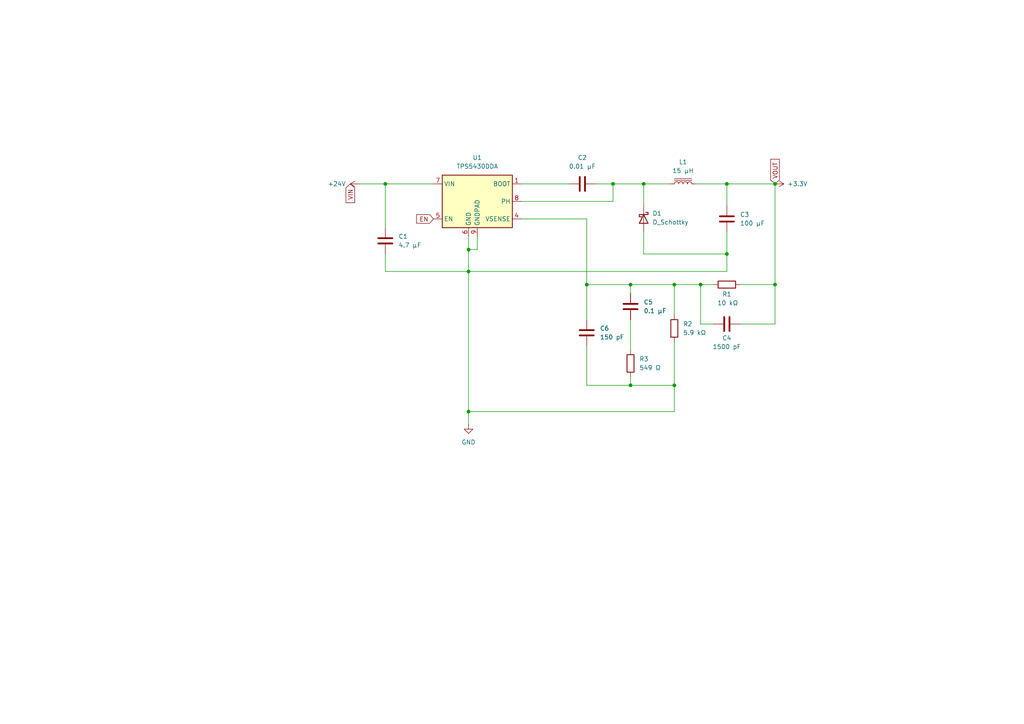
<source format=kicad_sch>
(kicad_sch
	(version 20231120)
	(generator "eeschema")
	(generator_version "8.0")
	(uuid "cbc53727-f3b2-4668-8552-cf2ebbe25082")
	(paper "A4")
	(lib_symbols
		(symbol "Device:C"
			(pin_numbers hide)
			(pin_names
				(offset 0.254)
			)
			(exclude_from_sim no)
			(in_bom yes)
			(on_board yes)
			(property "Reference" "C"
				(at 0.635 2.54 0)
				(effects
					(font
						(size 1.27 1.27)
					)
					(justify left)
				)
			)
			(property "Value" "C"
				(at 0.635 -2.54 0)
				(effects
					(font
						(size 1.27 1.27)
					)
					(justify left)
				)
			)
			(property "Footprint" ""
				(at 0.9652 -3.81 0)
				(effects
					(font
						(size 1.27 1.27)
					)
					(hide yes)
				)
			)
			(property "Datasheet" "~"
				(at 0 0 0)
				(effects
					(font
						(size 1.27 1.27)
					)
					(hide yes)
				)
			)
			(property "Description" "Unpolarized capacitor"
				(at 0 0 0)
				(effects
					(font
						(size 1.27 1.27)
					)
					(hide yes)
				)
			)
			(property "ki_keywords" "cap capacitor"
				(at 0 0 0)
				(effects
					(font
						(size 1.27 1.27)
					)
					(hide yes)
				)
			)
			(property "ki_fp_filters" "C_*"
				(at 0 0 0)
				(effects
					(font
						(size 1.27 1.27)
					)
					(hide yes)
				)
			)
			(symbol "C_0_1"
				(polyline
					(pts
						(xy -2.032 -0.762) (xy 2.032 -0.762)
					)
					(stroke
						(width 0.508)
						(type default)
					)
					(fill
						(type none)
					)
				)
				(polyline
					(pts
						(xy -2.032 0.762) (xy 2.032 0.762)
					)
					(stroke
						(width 0.508)
						(type default)
					)
					(fill
						(type none)
					)
				)
			)
			(symbol "C_1_1"
				(pin passive line
					(at 0 3.81 270)
					(length 2.794)
					(name "~"
						(effects
							(font
								(size 1.27 1.27)
							)
						)
					)
					(number "1"
						(effects
							(font
								(size 1.27 1.27)
							)
						)
					)
				)
				(pin passive line
					(at 0 -3.81 90)
					(length 2.794)
					(name "~"
						(effects
							(font
								(size 1.27 1.27)
							)
						)
					)
					(number "2"
						(effects
							(font
								(size 1.27 1.27)
							)
						)
					)
				)
			)
		)
		(symbol "Device:D_Schottky"
			(pin_numbers hide)
			(pin_names
				(offset 1.016) hide)
			(exclude_from_sim no)
			(in_bom yes)
			(on_board yes)
			(property "Reference" "D"
				(at 0 2.54 0)
				(effects
					(font
						(size 1.27 1.27)
					)
				)
			)
			(property "Value" "D_Schottky"
				(at 0 -2.54 0)
				(effects
					(font
						(size 1.27 1.27)
					)
				)
			)
			(property "Footprint" ""
				(at 0 0 0)
				(effects
					(font
						(size 1.27 1.27)
					)
					(hide yes)
				)
			)
			(property "Datasheet" "~"
				(at 0 0 0)
				(effects
					(font
						(size 1.27 1.27)
					)
					(hide yes)
				)
			)
			(property "Description" "Schottky diode"
				(at 0 0 0)
				(effects
					(font
						(size 1.27 1.27)
					)
					(hide yes)
				)
			)
			(property "ki_keywords" "diode Schottky"
				(at 0 0 0)
				(effects
					(font
						(size 1.27 1.27)
					)
					(hide yes)
				)
			)
			(property "ki_fp_filters" "TO-???* *_Diode_* *SingleDiode* D_*"
				(at 0 0 0)
				(effects
					(font
						(size 1.27 1.27)
					)
					(hide yes)
				)
			)
			(symbol "D_Schottky_0_1"
				(polyline
					(pts
						(xy 1.27 0) (xy -1.27 0)
					)
					(stroke
						(width 0)
						(type default)
					)
					(fill
						(type none)
					)
				)
				(polyline
					(pts
						(xy 1.27 1.27) (xy 1.27 -1.27) (xy -1.27 0) (xy 1.27 1.27)
					)
					(stroke
						(width 0.254)
						(type default)
					)
					(fill
						(type none)
					)
				)
				(polyline
					(pts
						(xy -1.905 0.635) (xy -1.905 1.27) (xy -1.27 1.27) (xy -1.27 -1.27) (xy -0.635 -1.27) (xy -0.635 -0.635)
					)
					(stroke
						(width 0.254)
						(type default)
					)
					(fill
						(type none)
					)
				)
			)
			(symbol "D_Schottky_1_1"
				(pin passive line
					(at -3.81 0 0)
					(length 2.54)
					(name "K"
						(effects
							(font
								(size 1.27 1.27)
							)
						)
					)
					(number "1"
						(effects
							(font
								(size 1.27 1.27)
							)
						)
					)
				)
				(pin passive line
					(at 3.81 0 180)
					(length 2.54)
					(name "A"
						(effects
							(font
								(size 1.27 1.27)
							)
						)
					)
					(number "2"
						(effects
							(font
								(size 1.27 1.27)
							)
						)
					)
				)
			)
		)
		(symbol "Device:L_Iron"
			(pin_numbers hide)
			(pin_names
				(offset 1.016) hide)
			(exclude_from_sim no)
			(in_bom yes)
			(on_board yes)
			(property "Reference" "L"
				(at -1.27 0 90)
				(effects
					(font
						(size 1.27 1.27)
					)
				)
			)
			(property "Value" "L_Iron"
				(at 2.794 0 90)
				(effects
					(font
						(size 1.27 1.27)
					)
				)
			)
			(property "Footprint" ""
				(at 0 0 0)
				(effects
					(font
						(size 1.27 1.27)
					)
					(hide yes)
				)
			)
			(property "Datasheet" "~"
				(at 0 0 0)
				(effects
					(font
						(size 1.27 1.27)
					)
					(hide yes)
				)
			)
			(property "Description" "Inductor with iron core"
				(at 0 0 0)
				(effects
					(font
						(size 1.27 1.27)
					)
					(hide yes)
				)
			)
			(property "ki_keywords" "inductor choke coil reactor magnetic"
				(at 0 0 0)
				(effects
					(font
						(size 1.27 1.27)
					)
					(hide yes)
				)
			)
			(property "ki_fp_filters" "Choke_* *Coil* Inductor_* L_*"
				(at 0 0 0)
				(effects
					(font
						(size 1.27 1.27)
					)
					(hide yes)
				)
			)
			(symbol "L_Iron_0_1"
				(arc
					(start 0 -2.54)
					(mid 0.6323 -1.905)
					(end 0 -1.27)
					(stroke
						(width 0)
						(type default)
					)
					(fill
						(type none)
					)
				)
				(arc
					(start 0 -1.27)
					(mid 0.6323 -0.635)
					(end 0 0)
					(stroke
						(width 0)
						(type default)
					)
					(fill
						(type none)
					)
				)
				(polyline
					(pts
						(xy 1.016 2.54) (xy 1.016 -2.54)
					)
					(stroke
						(width 0)
						(type default)
					)
					(fill
						(type none)
					)
				)
				(polyline
					(pts
						(xy 1.524 -2.54) (xy 1.524 2.54)
					)
					(stroke
						(width 0)
						(type default)
					)
					(fill
						(type none)
					)
				)
				(arc
					(start 0 0)
					(mid 0.6323 0.635)
					(end 0 1.27)
					(stroke
						(width 0)
						(type default)
					)
					(fill
						(type none)
					)
				)
				(arc
					(start 0 1.27)
					(mid 0.6323 1.905)
					(end 0 2.54)
					(stroke
						(width 0)
						(type default)
					)
					(fill
						(type none)
					)
				)
			)
			(symbol "L_Iron_1_1"
				(pin passive line
					(at 0 3.81 270)
					(length 1.27)
					(name "1"
						(effects
							(font
								(size 1.27 1.27)
							)
						)
					)
					(number "1"
						(effects
							(font
								(size 1.27 1.27)
							)
						)
					)
				)
				(pin passive line
					(at 0 -3.81 90)
					(length 1.27)
					(name "2"
						(effects
							(font
								(size 1.27 1.27)
							)
						)
					)
					(number "2"
						(effects
							(font
								(size 1.27 1.27)
							)
						)
					)
				)
			)
		)
		(symbol "Device:R"
			(pin_numbers hide)
			(pin_names
				(offset 0)
			)
			(exclude_from_sim no)
			(in_bom yes)
			(on_board yes)
			(property "Reference" "R"
				(at 2.032 0 90)
				(effects
					(font
						(size 1.27 1.27)
					)
				)
			)
			(property "Value" "R"
				(at 0 0 90)
				(effects
					(font
						(size 1.27 1.27)
					)
				)
			)
			(property "Footprint" ""
				(at -1.778 0 90)
				(effects
					(font
						(size 1.27 1.27)
					)
					(hide yes)
				)
			)
			(property "Datasheet" "~"
				(at 0 0 0)
				(effects
					(font
						(size 1.27 1.27)
					)
					(hide yes)
				)
			)
			(property "Description" "Resistor"
				(at 0 0 0)
				(effects
					(font
						(size 1.27 1.27)
					)
					(hide yes)
				)
			)
			(property "ki_keywords" "R res resistor"
				(at 0 0 0)
				(effects
					(font
						(size 1.27 1.27)
					)
					(hide yes)
				)
			)
			(property "ki_fp_filters" "R_*"
				(at 0 0 0)
				(effects
					(font
						(size 1.27 1.27)
					)
					(hide yes)
				)
			)
			(symbol "R_0_1"
				(rectangle
					(start -1.016 -2.54)
					(end 1.016 2.54)
					(stroke
						(width 0.254)
						(type default)
					)
					(fill
						(type none)
					)
				)
			)
			(symbol "R_1_1"
				(pin passive line
					(at 0 3.81 270)
					(length 1.27)
					(name "~"
						(effects
							(font
								(size 1.27 1.27)
							)
						)
					)
					(number "1"
						(effects
							(font
								(size 1.27 1.27)
							)
						)
					)
				)
				(pin passive line
					(at 0 -3.81 90)
					(length 1.27)
					(name "~"
						(effects
							(font
								(size 1.27 1.27)
							)
						)
					)
					(number "2"
						(effects
							(font
								(size 1.27 1.27)
							)
						)
					)
				)
			)
		)
		(symbol "Regulator_Switching:TPS5430DDA"
			(exclude_from_sim no)
			(in_bom yes)
			(on_board yes)
			(property "Reference" "U"
				(at -10.16 8.89 0)
				(effects
					(font
						(size 1.27 1.27)
					)
					(justify left)
				)
			)
			(property "Value" "TPS5430DDA"
				(at -1.27 8.89 0)
				(effects
					(font
						(size 1.27 1.27)
					)
					(justify left)
				)
			)
			(property "Footprint" "Package_SO:TI_SO-PowerPAD-8_ThermalVias"
				(at 1.27 -8.89 0)
				(effects
					(font
						(size 1.27 1.27)
						(italic yes)
					)
					(justify left)
					(hide yes)
				)
			)
			(property "Datasheet" "http://www.ti.com/lit/ds/symlink/tps5430.pdf"
				(at 0 0 0)
				(effects
					(font
						(size 1.27 1.27)
					)
					(hide yes)
				)
			)
			(property "Description" "3A, Step Down Swift Converter, Adjustable Output Voltage, 5.5-36V Input Voltage, PowerSO-8"
				(at 0 0 0)
				(effects
					(font
						(size 1.27 1.27)
					)
					(hide yes)
				)
			)
			(property "ki_keywords" "Step-Down DC-DC Switching Regulator"
				(at 0 0 0)
				(effects
					(font
						(size 1.27 1.27)
					)
					(hide yes)
				)
			)
			(property "ki_fp_filters" "TI*SO*PowerPAD*ThermalVias*"
				(at 0 0 0)
				(effects
					(font
						(size 1.27 1.27)
					)
					(hide yes)
				)
			)
			(symbol "TPS5430DDA_0_1"
				(rectangle
					(start -10.16 7.62)
					(end 10.16 -7.62)
					(stroke
						(width 0.254)
						(type default)
					)
					(fill
						(type background)
					)
				)
			)
			(symbol "TPS5430DDA_1_1"
				(pin input line
					(at 12.7 5.08 180)
					(length 2.54)
					(name "BOOT"
						(effects
							(font
								(size 1.27 1.27)
							)
						)
					)
					(number "1"
						(effects
							(font
								(size 1.27 1.27)
							)
						)
					)
				)
				(pin no_connect line
					(at -10.16 2.54 0)
					(length 2.54) hide
					(name "NC"
						(effects
							(font
								(size 1.27 1.27)
							)
						)
					)
					(number "2"
						(effects
							(font
								(size 1.27 1.27)
							)
						)
					)
				)
				(pin no_connect line
					(at -10.16 -2.54 0)
					(length 2.54) hide
					(name "NC"
						(effects
							(font
								(size 1.27 1.27)
							)
						)
					)
					(number "3"
						(effects
							(font
								(size 1.27 1.27)
							)
						)
					)
				)
				(pin input line
					(at 12.7 -5.08 180)
					(length 2.54)
					(name "VSENSE"
						(effects
							(font
								(size 1.27 1.27)
							)
						)
					)
					(number "4"
						(effects
							(font
								(size 1.27 1.27)
							)
						)
					)
				)
				(pin input line
					(at -12.7 -5.08 0)
					(length 2.54)
					(name "EN"
						(effects
							(font
								(size 1.27 1.27)
							)
						)
					)
					(number "5"
						(effects
							(font
								(size 1.27 1.27)
							)
						)
					)
				)
				(pin power_in line
					(at -2.54 -10.16 90)
					(length 2.54)
					(name "GND"
						(effects
							(font
								(size 1.27 1.27)
							)
						)
					)
					(number "6"
						(effects
							(font
								(size 1.27 1.27)
							)
						)
					)
				)
				(pin power_in line
					(at -12.7 5.08 0)
					(length 2.54)
					(name "VIN"
						(effects
							(font
								(size 1.27 1.27)
							)
						)
					)
					(number "7"
						(effects
							(font
								(size 1.27 1.27)
							)
						)
					)
				)
				(pin output line
					(at 12.7 0 180)
					(length 2.54)
					(name "PH"
						(effects
							(font
								(size 1.27 1.27)
							)
						)
					)
					(number "8"
						(effects
							(font
								(size 1.27 1.27)
							)
						)
					)
				)
				(pin power_in line
					(at 0 -10.16 90)
					(length 2.54)
					(name "GNDPAD"
						(effects
							(font
								(size 1.27 1.27)
							)
						)
					)
					(number "9"
						(effects
							(font
								(size 1.27 1.27)
							)
						)
					)
				)
			)
		)
		(symbol "power:+24V"
			(power)
			(pin_numbers hide)
			(pin_names
				(offset 0) hide)
			(exclude_from_sim no)
			(in_bom yes)
			(on_board yes)
			(property "Reference" "#PWR"
				(at 0 -3.81 0)
				(effects
					(font
						(size 1.27 1.27)
					)
					(hide yes)
				)
			)
			(property "Value" "+24V"
				(at 0 3.556 0)
				(effects
					(font
						(size 1.27 1.27)
					)
				)
			)
			(property "Footprint" ""
				(at 0 0 0)
				(effects
					(font
						(size 1.27 1.27)
					)
					(hide yes)
				)
			)
			(property "Datasheet" ""
				(at 0 0 0)
				(effects
					(font
						(size 1.27 1.27)
					)
					(hide yes)
				)
			)
			(property "Description" "Power symbol creates a global label with name \"+24V\""
				(at 0 0 0)
				(effects
					(font
						(size 1.27 1.27)
					)
					(hide yes)
				)
			)
			(property "ki_keywords" "global power"
				(at 0 0 0)
				(effects
					(font
						(size 1.27 1.27)
					)
					(hide yes)
				)
			)
			(symbol "+24V_0_1"
				(polyline
					(pts
						(xy -0.762 1.27) (xy 0 2.54)
					)
					(stroke
						(width 0)
						(type default)
					)
					(fill
						(type none)
					)
				)
				(polyline
					(pts
						(xy 0 0) (xy 0 2.54)
					)
					(stroke
						(width 0)
						(type default)
					)
					(fill
						(type none)
					)
				)
				(polyline
					(pts
						(xy 0 2.54) (xy 0.762 1.27)
					)
					(stroke
						(width 0)
						(type default)
					)
					(fill
						(type none)
					)
				)
			)
			(symbol "+24V_1_1"
				(pin power_in line
					(at 0 0 90)
					(length 0)
					(name "~"
						(effects
							(font
								(size 1.27 1.27)
							)
						)
					)
					(number "1"
						(effects
							(font
								(size 1.27 1.27)
							)
						)
					)
				)
			)
		)
		(symbol "power:+3.3V"
			(power)
			(pin_numbers hide)
			(pin_names
				(offset 0) hide)
			(exclude_from_sim no)
			(in_bom yes)
			(on_board yes)
			(property "Reference" "#PWR"
				(at 0 -3.81 0)
				(effects
					(font
						(size 1.27 1.27)
					)
					(hide yes)
				)
			)
			(property "Value" "+3.3V"
				(at 0 3.556 0)
				(effects
					(font
						(size 1.27 1.27)
					)
				)
			)
			(property "Footprint" ""
				(at 0 0 0)
				(effects
					(font
						(size 1.27 1.27)
					)
					(hide yes)
				)
			)
			(property "Datasheet" ""
				(at 0 0 0)
				(effects
					(font
						(size 1.27 1.27)
					)
					(hide yes)
				)
			)
			(property "Description" "Power symbol creates a global label with name \"+3.3V\""
				(at 0 0 0)
				(effects
					(font
						(size 1.27 1.27)
					)
					(hide yes)
				)
			)
			(property "ki_keywords" "global power"
				(at 0 0 0)
				(effects
					(font
						(size 1.27 1.27)
					)
					(hide yes)
				)
			)
			(symbol "+3.3V_0_1"
				(polyline
					(pts
						(xy -0.762 1.27) (xy 0 2.54)
					)
					(stroke
						(width 0)
						(type default)
					)
					(fill
						(type none)
					)
				)
				(polyline
					(pts
						(xy 0 0) (xy 0 2.54)
					)
					(stroke
						(width 0)
						(type default)
					)
					(fill
						(type none)
					)
				)
				(polyline
					(pts
						(xy 0 2.54) (xy 0.762 1.27)
					)
					(stroke
						(width 0)
						(type default)
					)
					(fill
						(type none)
					)
				)
			)
			(symbol "+3.3V_1_1"
				(pin power_in line
					(at 0 0 90)
					(length 0)
					(name "~"
						(effects
							(font
								(size 1.27 1.27)
							)
						)
					)
					(number "1"
						(effects
							(font
								(size 1.27 1.27)
							)
						)
					)
				)
			)
		)
		(symbol "power:GND"
			(power)
			(pin_numbers hide)
			(pin_names
				(offset 0) hide)
			(exclude_from_sim no)
			(in_bom yes)
			(on_board yes)
			(property "Reference" "#PWR"
				(at 0 -6.35 0)
				(effects
					(font
						(size 1.27 1.27)
					)
					(hide yes)
				)
			)
			(property "Value" "GND"
				(at 0 -3.81 0)
				(effects
					(font
						(size 1.27 1.27)
					)
				)
			)
			(property "Footprint" ""
				(at 0 0 0)
				(effects
					(font
						(size 1.27 1.27)
					)
					(hide yes)
				)
			)
			(property "Datasheet" ""
				(at 0 0 0)
				(effects
					(font
						(size 1.27 1.27)
					)
					(hide yes)
				)
			)
			(property "Description" "Power symbol creates a global label with name \"GND\" , ground"
				(at 0 0 0)
				(effects
					(font
						(size 1.27 1.27)
					)
					(hide yes)
				)
			)
			(property "ki_keywords" "global power"
				(at 0 0 0)
				(effects
					(font
						(size 1.27 1.27)
					)
					(hide yes)
				)
			)
			(symbol "GND_0_1"
				(polyline
					(pts
						(xy 0 0) (xy 0 -1.27) (xy 1.27 -1.27) (xy 0 -2.54) (xy -1.27 -1.27) (xy 0 -1.27)
					)
					(stroke
						(width 0)
						(type default)
					)
					(fill
						(type none)
					)
				)
			)
			(symbol "GND_1_1"
				(pin power_in line
					(at 0 0 270)
					(length 0)
					(name "~"
						(effects
							(font
								(size 1.27 1.27)
							)
						)
					)
					(number "1"
						(effects
							(font
								(size 1.27 1.27)
							)
						)
					)
				)
			)
		)
	)
	(junction
		(at 182.88 82.55)
		(diameter 0)
		(color 0 0 0 0)
		(uuid "188cef10-df22-441b-8474-c3df9d923f86")
	)
	(junction
		(at 195.58 111.76)
		(diameter 0)
		(color 0 0 0 0)
		(uuid "3de4b8a0-fbfd-4020-9929-8d1aaf78b787")
	)
	(junction
		(at 203.2 82.55)
		(diameter 0)
		(color 0 0 0 0)
		(uuid "48a3ddc8-7c89-41be-8c40-9c84ee917338")
	)
	(junction
		(at 195.58 82.55)
		(diameter 0)
		(color 0 0 0 0)
		(uuid "5ef9ee9c-e446-452b-85af-3e73b3bb3071")
	)
	(junction
		(at 135.89 78.74)
		(diameter 0)
		(color 0 0 0 0)
		(uuid "64a37b34-0124-422f-a278-bd28ece08f17")
	)
	(junction
		(at 210.82 53.34)
		(diameter 0)
		(color 0 0 0 0)
		(uuid "6731321a-34c6-42f9-8858-a353a5aac824")
	)
	(junction
		(at 135.89 72.39)
		(diameter 0)
		(color 0 0 0 0)
		(uuid "6815469c-6b67-4a7f-8f1d-f6a2dd7a5f50")
	)
	(junction
		(at 182.88 111.76)
		(diameter 0)
		(color 0 0 0 0)
		(uuid "7e8c097e-d801-4c2f-81ab-11a992d2a83a")
	)
	(junction
		(at 186.69 53.34)
		(diameter 0)
		(color 0 0 0 0)
		(uuid "82a42072-43cf-4b86-9850-dd04eb1a20eb")
	)
	(junction
		(at 224.79 53.34)
		(diameter 0)
		(color 0 0 0 0)
		(uuid "a6ff0c32-5819-4075-9c4a-1ed9aaf320eb")
	)
	(junction
		(at 177.8 53.34)
		(diameter 0)
		(color 0 0 0 0)
		(uuid "b07e5a85-fda2-48a5-bfa7-ef1210b23d83")
	)
	(junction
		(at 170.18 82.55)
		(diameter 0)
		(color 0 0 0 0)
		(uuid "ceaaea28-59bb-44ca-b66f-e54b03151a87")
	)
	(junction
		(at 224.79 82.55)
		(diameter 0)
		(color 0 0 0 0)
		(uuid "cec82849-77c4-4c63-9fa5-cd111b712b84")
	)
	(junction
		(at 135.89 119.38)
		(diameter 0)
		(color 0 0 0 0)
		(uuid "dd94941f-0172-43e4-82af-20f001b16d34")
	)
	(junction
		(at 111.76 53.34)
		(diameter 0)
		(color 0 0 0 0)
		(uuid "f2e2d6e4-09c3-4305-964f-7633f9708618")
	)
	(junction
		(at 210.82 73.66)
		(diameter 0)
		(color 0 0 0 0)
		(uuid "fd63023a-9471-4be4-a094-c19928f33c4d")
	)
	(wire
		(pts
			(xy 224.79 53.34) (xy 224.79 82.55)
		)
		(stroke
			(width 0)
			(type default)
		)
		(uuid "08e0378c-f117-4a14-a066-48529a02a738")
	)
	(wire
		(pts
			(xy 210.82 53.34) (xy 210.82 59.69)
		)
		(stroke
			(width 0)
			(type default)
		)
		(uuid "0d00f861-9c17-494e-a8ba-5a022374bc93")
	)
	(wire
		(pts
			(xy 135.89 72.39) (xy 135.89 78.74)
		)
		(stroke
			(width 0)
			(type default)
		)
		(uuid "11a67492-7d3b-4e09-b5e9-2e45775294eb")
	)
	(wire
		(pts
			(xy 135.89 68.58) (xy 135.89 72.39)
		)
		(stroke
			(width 0)
			(type default)
		)
		(uuid "14e659df-122c-485d-99a1-418d08025d02")
	)
	(wire
		(pts
			(xy 210.82 78.74) (xy 135.89 78.74)
		)
		(stroke
			(width 0)
			(type default)
		)
		(uuid "154e5068-acfc-4c13-8628-5b3f5fc99a19")
	)
	(wire
		(pts
			(xy 135.89 78.74) (xy 135.89 119.38)
		)
		(stroke
			(width 0)
			(type default)
		)
		(uuid "18e2bb7d-4e6c-4b6a-81f1-b8a92a557040")
	)
	(wire
		(pts
			(xy 172.72 53.34) (xy 177.8 53.34)
		)
		(stroke
			(width 0)
			(type default)
		)
		(uuid "1c13aafa-fe13-45bf-94ca-c4af9ff22a7c")
	)
	(wire
		(pts
			(xy 182.88 111.76) (xy 182.88 109.22)
		)
		(stroke
			(width 0)
			(type default)
		)
		(uuid "21cd4fed-4cb3-482a-a5ca-abf90ca5c90a")
	)
	(wire
		(pts
			(xy 195.58 82.55) (xy 182.88 82.55)
		)
		(stroke
			(width 0)
			(type default)
		)
		(uuid "223cf237-6242-43a0-b6c2-09c608f81b75")
	)
	(wire
		(pts
			(xy 186.69 67.31) (xy 186.69 73.66)
		)
		(stroke
			(width 0)
			(type default)
		)
		(uuid "277c6485-5f38-47ca-b5c3-3e2ff3bbbb87")
	)
	(wire
		(pts
			(xy 186.69 53.34) (xy 186.69 59.69)
		)
		(stroke
			(width 0)
			(type default)
		)
		(uuid "2e9a9ac8-b02f-46f6-a226-95bebc50e378")
	)
	(wire
		(pts
			(xy 170.18 63.5) (xy 151.13 63.5)
		)
		(stroke
			(width 0)
			(type default)
		)
		(uuid "3860c92c-0fe5-40d8-92e8-4a6c71fd06db")
	)
	(wire
		(pts
			(xy 104.14 53.34) (xy 111.76 53.34)
		)
		(stroke
			(width 0)
			(type default)
		)
		(uuid "3cc92dee-247c-4030-884f-b273dd990926")
	)
	(wire
		(pts
			(xy 177.8 53.34) (xy 186.69 53.34)
		)
		(stroke
			(width 0)
			(type default)
		)
		(uuid "3cff3f69-d93b-4de7-941c-5925f7a02262")
	)
	(wire
		(pts
			(xy 195.58 119.38) (xy 195.58 111.76)
		)
		(stroke
			(width 0)
			(type default)
		)
		(uuid "3d536822-d68c-4be3-a644-ab503a38b41b")
	)
	(wire
		(pts
			(xy 177.8 58.42) (xy 151.13 58.42)
		)
		(stroke
			(width 0)
			(type default)
		)
		(uuid "54d767dd-db0b-446e-8995-c48835fb2c45")
	)
	(wire
		(pts
			(xy 195.58 99.06) (xy 195.58 111.76)
		)
		(stroke
			(width 0)
			(type default)
		)
		(uuid "56296809-e7c0-46c5-9fe2-103b9d41130f")
	)
	(wire
		(pts
			(xy 195.58 82.55) (xy 195.58 91.44)
		)
		(stroke
			(width 0)
			(type default)
		)
		(uuid "5c24f5d8-51f7-4532-ad3a-bf6152d2b2af")
	)
	(wire
		(pts
			(xy 170.18 82.55) (xy 170.18 63.5)
		)
		(stroke
			(width 0)
			(type default)
		)
		(uuid "61fe5c69-7d01-4e55-965e-be6cf8ac2051")
	)
	(wire
		(pts
			(xy 210.82 73.66) (xy 210.82 78.74)
		)
		(stroke
			(width 0)
			(type default)
		)
		(uuid "627ec29f-294c-48f7-8be2-aa9516f8fb2f")
	)
	(wire
		(pts
			(xy 210.82 73.66) (xy 210.82 67.31)
		)
		(stroke
			(width 0)
			(type default)
		)
		(uuid "653fd434-c633-44e5-bd13-fd34140f11b9")
	)
	(wire
		(pts
			(xy 182.88 82.55) (xy 182.88 85.09)
		)
		(stroke
			(width 0)
			(type default)
		)
		(uuid "6b695ebb-db5d-44a4-b271-392ab2e18d84")
	)
	(wire
		(pts
			(xy 224.79 82.55) (xy 224.79 93.98)
		)
		(stroke
			(width 0)
			(type default)
		)
		(uuid "710d14aa-077a-4e65-8540-752386a357c6")
	)
	(wire
		(pts
			(xy 170.18 92.71) (xy 170.18 82.55)
		)
		(stroke
			(width 0)
			(type default)
		)
		(uuid "715dcf81-9478-4af5-a00f-5a71d0aa063a")
	)
	(wire
		(pts
			(xy 135.89 119.38) (xy 195.58 119.38)
		)
		(stroke
			(width 0)
			(type default)
		)
		(uuid "794bc16c-264c-4984-9779-baeb8e38f0d6")
	)
	(wire
		(pts
			(xy 201.93 53.34) (xy 210.82 53.34)
		)
		(stroke
			(width 0)
			(type default)
		)
		(uuid "87517459-7b13-4bcc-b953-b9998ae4096c")
	)
	(wire
		(pts
			(xy 203.2 82.55) (xy 207.01 82.55)
		)
		(stroke
			(width 0)
			(type default)
		)
		(uuid "8908b3d7-236a-48da-b372-5e573f082e82")
	)
	(wire
		(pts
			(xy 170.18 100.33) (xy 170.18 111.76)
		)
		(stroke
			(width 0)
			(type default)
		)
		(uuid "9075c9eb-3a5b-456a-a0a5-cb8dfccc5ff0")
	)
	(wire
		(pts
			(xy 210.82 53.34) (xy 224.79 53.34)
		)
		(stroke
			(width 0)
			(type default)
		)
		(uuid "9eb8837a-4813-464b-874b-e45c2084f439")
	)
	(wire
		(pts
			(xy 170.18 111.76) (xy 182.88 111.76)
		)
		(stroke
			(width 0)
			(type default)
		)
		(uuid "a5c8a397-3f02-4c24-9d7a-1bb8bbec3fd5")
	)
	(wire
		(pts
			(xy 186.69 73.66) (xy 210.82 73.66)
		)
		(stroke
			(width 0)
			(type default)
		)
		(uuid "a72a9a0a-79f1-4040-8ede-91659be31aeb")
	)
	(wire
		(pts
			(xy 135.89 119.38) (xy 135.89 123.19)
		)
		(stroke
			(width 0)
			(type default)
		)
		(uuid "ae4841f8-59d9-4278-b08f-7ea548ea060e")
	)
	(wire
		(pts
			(xy 111.76 53.34) (xy 111.76 66.04)
		)
		(stroke
			(width 0)
			(type default)
		)
		(uuid "aff7b27c-d929-4983-a7de-b32c061b5627")
	)
	(wire
		(pts
			(xy 177.8 53.34) (xy 177.8 58.42)
		)
		(stroke
			(width 0)
			(type default)
		)
		(uuid "b106f9d2-e618-447f-9a29-57f347515162")
	)
	(wire
		(pts
			(xy 151.13 53.34) (xy 165.1 53.34)
		)
		(stroke
			(width 0)
			(type default)
		)
		(uuid "b13066fb-e577-4f15-a9ab-fc1deb96df3d")
	)
	(wire
		(pts
			(xy 195.58 111.76) (xy 182.88 111.76)
		)
		(stroke
			(width 0)
			(type default)
		)
		(uuid "b3391d52-b257-4112-9488-73b8b5219e53")
	)
	(wire
		(pts
			(xy 224.79 93.98) (xy 214.63 93.98)
		)
		(stroke
			(width 0)
			(type default)
		)
		(uuid "b6ab003b-06a0-4c43-939d-a7abb80419a3")
	)
	(wire
		(pts
			(xy 138.43 68.58) (xy 138.43 72.39)
		)
		(stroke
			(width 0)
			(type default)
		)
		(uuid "c53947ff-9d0c-44b9-b628-5d933a4fcee3")
	)
	(wire
		(pts
			(xy 111.76 78.74) (xy 135.89 78.74)
		)
		(stroke
			(width 0)
			(type default)
		)
		(uuid "d357e223-9640-48d9-92db-617330706ad2")
	)
	(wire
		(pts
			(xy 182.88 92.71) (xy 182.88 101.6)
		)
		(stroke
			(width 0)
			(type default)
		)
		(uuid "d3bde211-b59a-4653-8315-2531b74af80f")
	)
	(wire
		(pts
			(xy 203.2 93.98) (xy 203.2 82.55)
		)
		(stroke
			(width 0)
			(type default)
		)
		(uuid "d9504c9c-bfb8-41bb-8d9f-2d9e6dd4bdda")
	)
	(wire
		(pts
			(xy 170.18 82.55) (xy 182.88 82.55)
		)
		(stroke
			(width 0)
			(type default)
		)
		(uuid "dd10c075-a393-45e6-9e3f-7044108a00e4")
	)
	(wire
		(pts
			(xy 207.01 93.98) (xy 203.2 93.98)
		)
		(stroke
			(width 0)
			(type default)
		)
		(uuid "e3e67b98-4a7e-4c71-998c-1757781d1916")
	)
	(wire
		(pts
			(xy 138.43 72.39) (xy 135.89 72.39)
		)
		(stroke
			(width 0)
			(type default)
		)
		(uuid "e4a0aacb-09f6-408f-a1b2-610750424af4")
	)
	(wire
		(pts
			(xy 203.2 82.55) (xy 195.58 82.55)
		)
		(stroke
			(width 0)
			(type default)
		)
		(uuid "f0a12061-90e6-4570-a407-cca4dc5bc577")
	)
	(wire
		(pts
			(xy 111.76 73.66) (xy 111.76 78.74)
		)
		(stroke
			(width 0)
			(type default)
		)
		(uuid "fccffea6-ef62-442b-95f0-671021cf919f")
	)
	(wire
		(pts
			(xy 224.79 82.55) (xy 214.63 82.55)
		)
		(stroke
			(width 0)
			(type default)
		)
		(uuid "fd862700-a946-481a-b474-6b11fa2a4be9")
	)
	(wire
		(pts
			(xy 186.69 53.34) (xy 194.31 53.34)
		)
		(stroke
			(width 0)
			(type default)
		)
		(uuid "fda14bac-5dc9-4272-be75-989418def800")
	)
	(wire
		(pts
			(xy 111.76 53.34) (xy 125.73 53.34)
		)
		(stroke
			(width 0)
			(type default)
		)
		(uuid "fdb3e9dd-b799-47e1-9c56-484138316697")
	)
	(global_label "EN"
		(shape input)
		(at 125.73 63.5 180)
		(fields_autoplaced yes)
		(effects
			(font
				(size 1.27 1.27)
			)
			(justify right)
		)
		(uuid "225267e7-be77-4f46-a4a4-f408412b583b")
		(property "Intersheetrefs" "${INTERSHEET_REFS}"
			(at 120.2653 63.5 0)
			(effects
				(font
					(size 1.27 1.27)
				)
				(justify right)
				(hide yes)
			)
		)
	)
	(global_label "VIN"
		(shape input)
		(at 101.6 53.34 270)
		(fields_autoplaced yes)
		(effects
			(font
				(size 1.27 1.27)
			)
			(justify right)
		)
		(uuid "553aaa3f-0984-47cd-a4c3-2c3209e64e17")
		(property "Intersheetrefs" "${INTERSHEET_REFS}"
			(at 101.6 59.3491 90)
			(effects
				(font
					(size 1.27 1.27)
				)
				(justify right)
				(hide yes)
			)
		)
	)
	(global_label "VOUT"
		(shape input)
		(at 224.79 53.34 90)
		(fields_autoplaced yes)
		(effects
			(font
				(size 1.27 1.27)
			)
			(justify left)
		)
		(uuid "a50fd9b5-941b-4717-b50f-6867a7b44e88")
		(property "Intersheetrefs" "${INTERSHEET_REFS}"
			(at 224.79 45.6376 90)
			(effects
				(font
					(size 1.27 1.27)
				)
				(justify left)
				(hide yes)
			)
		)
	)
	(symbol
		(lib_id "Device:C")
		(at 210.82 63.5 0)
		(unit 1)
		(exclude_from_sim no)
		(in_bom yes)
		(on_board yes)
		(dnp no)
		(fields_autoplaced yes)
		(uuid "07e308f5-31d2-4d5a-8719-8b8b58ec2a9f")
		(property "Reference" "C3"
			(at 214.63 62.2299 0)
			(effects
				(font
					(size 1.27 1.27)
				)
				(justify left)
			)
		)
		(property "Value" "100 μF"
			(at 214.63 64.7699 0)
			(effects
				(font
					(size 1.27 1.27)
				)
				(justify left)
			)
		)
		(property "Footprint" ""
			(at 211.7852 67.31 0)
			(effects
				(font
					(size 1.27 1.27)
				)
				(hide yes)
			)
		)
		(property "Datasheet" "~"
			(at 210.82 63.5 0)
			(effects
				(font
					(size 1.27 1.27)
				)
				(hide yes)
			)
		)
		(property "Description" "Unpolarized capacitor"
			(at 210.82 63.5 0)
			(effects
				(font
					(size 1.27 1.27)
				)
				(hide yes)
			)
		)
		(pin "1"
			(uuid "0492c005-4d29-4cf2-9823-c3046fae640c")
		)
		(pin "2"
			(uuid "ca25b423-3a17-411a-bc13-504a21f185d0")
		)
		(instances
			(project ""
				(path "/cbc53727-f3b2-4668-8552-cf2ebbe25082"
					(reference "C3")
					(unit 1)
				)
			)
		)
	)
	(symbol
		(lib_id "power:GND")
		(at 135.89 123.19 0)
		(unit 1)
		(exclude_from_sim no)
		(in_bom yes)
		(on_board yes)
		(dnp no)
		(fields_autoplaced yes)
		(uuid "52d98a36-66e3-48ee-98cd-7d50dff81b3f")
		(property "Reference" "#PWR03"
			(at 135.89 129.54 0)
			(effects
				(font
					(size 1.27 1.27)
				)
				(hide yes)
			)
		)
		(property "Value" "GND"
			(at 135.89 128.27 0)
			(effects
				(font
					(size 1.27 1.27)
				)
			)
		)
		(property "Footprint" ""
			(at 135.89 123.19 0)
			(effects
				(font
					(size 1.27 1.27)
				)
				(hide yes)
			)
		)
		(property "Datasheet" ""
			(at 135.89 123.19 0)
			(effects
				(font
					(size 1.27 1.27)
				)
				(hide yes)
			)
		)
		(property "Description" "Power symbol creates a global label with name \"GND\" , ground"
			(at 135.89 123.19 0)
			(effects
				(font
					(size 1.27 1.27)
				)
				(hide yes)
			)
		)
		(pin "1"
			(uuid "f120742d-33ff-4eb0-aaa5-7dc9b4dea84d")
		)
		(instances
			(project ""
				(path "/cbc53727-f3b2-4668-8552-cf2ebbe25082"
					(reference "#PWR03")
					(unit 1)
				)
			)
		)
	)
	(symbol
		(lib_id "Device:C")
		(at 111.76 69.85 0)
		(unit 1)
		(exclude_from_sim no)
		(in_bom yes)
		(on_board yes)
		(dnp no)
		(fields_autoplaced yes)
		(uuid "55c21520-71a4-4a1b-8127-8ec5ae60df41")
		(property "Reference" "C1"
			(at 115.57 68.5799 0)
			(effects
				(font
					(size 1.27 1.27)
				)
				(justify left)
			)
		)
		(property "Value" "4.7 μF"
			(at 115.57 71.1199 0)
			(effects
				(font
					(size 1.27 1.27)
				)
				(justify left)
			)
		)
		(property "Footprint" ""
			(at 112.7252 73.66 0)
			(effects
				(font
					(size 1.27 1.27)
				)
				(hide yes)
			)
		)
		(property "Datasheet" "~"
			(at 111.76 69.85 0)
			(effects
				(font
					(size 1.27 1.27)
				)
				(hide yes)
			)
		)
		(property "Description" "Unpolarized capacitor"
			(at 111.76 69.85 0)
			(effects
				(font
					(size 1.27 1.27)
				)
				(hide yes)
			)
		)
		(pin "2"
			(uuid "925a97f9-8eca-4a68-b63e-4b132af73d31")
		)
		(pin "1"
			(uuid "fc1a3b86-d7b6-4210-9268-4679ad6c7df2")
		)
		(instances
			(project ""
				(path "/cbc53727-f3b2-4668-8552-cf2ebbe25082"
					(reference "C1")
					(unit 1)
				)
			)
		)
	)
	(symbol
		(lib_id "Device:L_Iron")
		(at 198.12 53.34 90)
		(unit 1)
		(exclude_from_sim no)
		(in_bom yes)
		(on_board yes)
		(dnp no)
		(fields_autoplaced yes)
		(uuid "69512aa9-374a-4cef-90f8-8e660d443c5f")
		(property "Reference" "L1"
			(at 198.12 46.99 90)
			(effects
				(font
					(size 1.27 1.27)
				)
			)
		)
		(property "Value" "15 μH"
			(at 198.12 49.53 90)
			(effects
				(font
					(size 1.27 1.27)
				)
			)
		)
		(property "Footprint" ""
			(at 198.12 53.34 0)
			(effects
				(font
					(size 1.27 1.27)
				)
				(hide yes)
			)
		)
		(property "Datasheet" "~"
			(at 198.12 53.34 0)
			(effects
				(font
					(size 1.27 1.27)
				)
				(hide yes)
			)
		)
		(property "Description" "Inductor with iron core"
			(at 198.12 53.34 0)
			(effects
				(font
					(size 1.27 1.27)
				)
				(hide yes)
			)
		)
		(pin "1"
			(uuid "c50e8197-dd64-44af-919d-f1ee69777b68")
		)
		(pin "2"
			(uuid "bb402ff5-d1df-40c7-b8f5-eb6e43c2837b")
		)
		(instances
			(project ""
				(path "/cbc53727-f3b2-4668-8552-cf2ebbe25082"
					(reference "L1")
					(unit 1)
				)
			)
		)
	)
	(symbol
		(lib_id "Device:D_Schottky")
		(at 186.69 63.5 270)
		(unit 1)
		(exclude_from_sim no)
		(in_bom yes)
		(on_board yes)
		(dnp no)
		(fields_autoplaced yes)
		(uuid "6cab35dc-8a07-4f2e-9b70-d9c2a0d4f95f")
		(property "Reference" "D1"
			(at 189.23 61.9124 90)
			(effects
				(font
					(size 1.27 1.27)
				)
				(justify left)
			)
		)
		(property "Value" "D_Schottky"
			(at 189.23 64.4524 90)
			(effects
				(font
					(size 1.27 1.27)
				)
				(justify left)
			)
		)
		(property "Footprint" ""
			(at 186.69 63.5 0)
			(effects
				(font
					(size 1.27 1.27)
				)
				(hide yes)
			)
		)
		(property "Datasheet" "~"
			(at 186.69 63.5 0)
			(effects
				(font
					(size 1.27 1.27)
				)
				(hide yes)
			)
		)
		(property "Description" "Schottky diode"
			(at 186.69 63.5 0)
			(effects
				(font
					(size 1.27 1.27)
				)
				(hide yes)
			)
		)
		(pin "2"
			(uuid "bed59571-8efa-41f6-9e4a-6a0e22d733a6")
		)
		(pin "1"
			(uuid "d43093c7-2223-4a3f-b457-7c33fe21beef")
		)
		(instances
			(project ""
				(path "/cbc53727-f3b2-4668-8552-cf2ebbe25082"
					(reference "D1")
					(unit 1)
				)
			)
		)
	)
	(symbol
		(lib_id "Device:R")
		(at 195.58 95.25 0)
		(unit 1)
		(exclude_from_sim no)
		(in_bom yes)
		(on_board yes)
		(dnp no)
		(fields_autoplaced yes)
		(uuid "6d7e0745-a1b5-46c0-a400-769d82e94e89")
		(property "Reference" "R2"
			(at 198.12 93.9799 0)
			(effects
				(font
					(size 1.27 1.27)
				)
				(justify left)
			)
		)
		(property "Value" "5.9 kΩ"
			(at 198.12 96.5199 0)
			(effects
				(font
					(size 1.27 1.27)
				)
				(justify left)
			)
		)
		(property "Footprint" ""
			(at 193.802 95.25 90)
			(effects
				(font
					(size 1.27 1.27)
				)
				(hide yes)
			)
		)
		(property "Datasheet" "~"
			(at 195.58 95.25 0)
			(effects
				(font
					(size 1.27 1.27)
				)
				(hide yes)
			)
		)
		(property "Description" "Resistor"
			(at 195.58 95.25 0)
			(effects
				(font
					(size 1.27 1.27)
				)
				(hide yes)
			)
		)
		(pin "1"
			(uuid "f540961d-508b-41a5-b8fc-37b4a5b8e116")
		)
		(pin "2"
			(uuid "692bb9b2-d2eb-418d-84d2-47a28fb8cce6")
		)
		(instances
			(project ""
				(path "/cbc53727-f3b2-4668-8552-cf2ebbe25082"
					(reference "R2")
					(unit 1)
				)
			)
		)
	)
	(symbol
		(lib_id "Device:C")
		(at 210.82 93.98 90)
		(unit 1)
		(exclude_from_sim no)
		(in_bom yes)
		(on_board yes)
		(dnp no)
		(uuid "70f723ad-1a9c-4d60-b1d7-b8780321cc4a")
		(property "Reference" "C4"
			(at 210.82 98.044 90)
			(effects
				(font
					(size 1.27 1.27)
				)
			)
		)
		(property "Value" "1500 pF"
			(at 210.82 100.584 90)
			(effects
				(font
					(size 1.27 1.27)
				)
			)
		)
		(property "Footprint" ""
			(at 214.63 93.0148 0)
			(effects
				(font
					(size 1.27 1.27)
				)
				(hide yes)
			)
		)
		(property "Datasheet" "~"
			(at 210.82 93.98 0)
			(effects
				(font
					(size 1.27 1.27)
				)
				(hide yes)
			)
		)
		(property "Description" "Unpolarized capacitor"
			(at 210.82 93.98 0)
			(effects
				(font
					(size 1.27 1.27)
				)
				(hide yes)
			)
		)
		(pin "1"
			(uuid "fe40205e-b790-4392-bd8d-269aadb8b577")
		)
		(pin "2"
			(uuid "8be52374-deab-41a1-9459-3e424442fd5d")
		)
		(instances
			(project ""
				(path "/cbc53727-f3b2-4668-8552-cf2ebbe25082"
					(reference "C4")
					(unit 1)
				)
			)
		)
	)
	(symbol
		(lib_id "Regulator_Switching:TPS5430DDA")
		(at 138.43 58.42 0)
		(unit 1)
		(exclude_from_sim no)
		(in_bom yes)
		(on_board yes)
		(dnp no)
		(fields_autoplaced yes)
		(uuid "827301b7-0f26-4e7c-b941-4d6ea37b1e3c")
		(property "Reference" "U1"
			(at 138.43 45.72 0)
			(effects
				(font
					(size 1.27 1.27)
				)
			)
		)
		(property "Value" "TPS5430DDA"
			(at 138.43 48.26 0)
			(effects
				(font
					(size 1.27 1.27)
				)
			)
		)
		(property "Footprint" "Package_SO:TI_SO-PowerPAD-8_ThermalVias"
			(at 139.7 67.31 0)
			(effects
				(font
					(size 1.27 1.27)
					(italic yes)
				)
				(justify left)
				(hide yes)
			)
		)
		(property "Datasheet" "http://www.ti.com/lit/ds/symlink/tps5430.pdf"
			(at 138.43 58.42 0)
			(effects
				(font
					(size 1.27 1.27)
				)
				(hide yes)
			)
		)
		(property "Description" "3A, Step Down Swift Converter, Adjustable Output Voltage, 5.5-36V Input Voltage, PowerSO-8"
			(at 138.43 58.42 0)
			(effects
				(font
					(size 1.27 1.27)
				)
				(hide yes)
			)
		)
		(pin "2"
			(uuid "5ee31e60-4bd1-4a89-b6b5-2642e90a879c")
		)
		(pin "9"
			(uuid "1cd7b3ee-bd94-4884-80a0-09f664792fd8")
		)
		(pin "5"
			(uuid "663d2218-4c56-45f5-87a6-aa9487db829a")
		)
		(pin "1"
			(uuid "23c9a4af-4319-42f0-9d45-2292c3e6fa5a")
		)
		(pin "4"
			(uuid "d64fcbd3-f766-4d88-b633-5d865ed68d3d")
		)
		(pin "6"
			(uuid "4fb430f7-6a5c-456a-b39f-10248c2a4895")
		)
		(pin "3"
			(uuid "f88bd696-b519-42a1-883d-fab6c0e1f060")
		)
		(pin "7"
			(uuid "1f05a817-f18f-4bd6-82f1-d2d6d83dd034")
		)
		(pin "8"
			(uuid "7be888ec-db04-4856-ad43-a05deb1cc6fb")
		)
		(instances
			(project ""
				(path "/cbc53727-f3b2-4668-8552-cf2ebbe25082"
					(reference "U1")
					(unit 1)
				)
			)
		)
	)
	(symbol
		(lib_id "power:+24V")
		(at 104.14 53.34 90)
		(unit 1)
		(exclude_from_sim no)
		(in_bom yes)
		(on_board yes)
		(dnp no)
		(fields_autoplaced yes)
		(uuid "8b92455a-b887-40f4-9e57-3259b59b9dfa")
		(property "Reference" "#PWR01"
			(at 107.95 53.34 0)
			(effects
				(font
					(size 1.27 1.27)
				)
				(hide yes)
			)
		)
		(property "Value" "+24V"
			(at 100.33 53.3399 90)
			(effects
				(font
					(size 1.27 1.27)
				)
				(justify left)
			)
		)
		(property "Footprint" ""
			(at 104.14 53.34 0)
			(effects
				(font
					(size 1.27 1.27)
				)
				(hide yes)
			)
		)
		(property "Datasheet" ""
			(at 104.14 53.34 0)
			(effects
				(font
					(size 1.27 1.27)
				)
				(hide yes)
			)
		)
		(property "Description" "Power symbol creates a global label with name \"+24V\""
			(at 104.14 53.34 0)
			(effects
				(font
					(size 1.27 1.27)
				)
				(hide yes)
			)
		)
		(pin "1"
			(uuid "ffa82c5e-eccb-467b-8de1-691fd99fac74")
		)
		(instances
			(project ""
				(path "/cbc53727-f3b2-4668-8552-cf2ebbe25082"
					(reference "#PWR01")
					(unit 1)
				)
			)
		)
	)
	(symbol
		(lib_id "Device:R")
		(at 210.82 82.55 90)
		(unit 1)
		(exclude_from_sim no)
		(in_bom yes)
		(on_board yes)
		(dnp no)
		(uuid "8bd49e06-25e1-436f-8b3a-8ccd61e88c17")
		(property "Reference" "R1"
			(at 210.82 85.344 90)
			(effects
				(font
					(size 1.27 1.27)
				)
			)
		)
		(property "Value" "10 kΩ"
			(at 211.074 87.884 90)
			(effects
				(font
					(size 1.27 1.27)
				)
			)
		)
		(property "Footprint" ""
			(at 210.82 84.328 90)
			(effects
				(font
					(size 1.27 1.27)
				)
				(hide yes)
			)
		)
		(property "Datasheet" "~"
			(at 210.82 82.55 0)
			(effects
				(font
					(size 1.27 1.27)
				)
				(hide yes)
			)
		)
		(property "Description" "Resistor"
			(at 210.82 82.55 0)
			(effects
				(font
					(size 1.27 1.27)
				)
				(hide yes)
			)
		)
		(pin "1"
			(uuid "bea6d152-b88a-4162-ab35-96e038dfbd4b")
		)
		(pin "2"
			(uuid "26dd395b-ec50-498f-a22d-7bdbc05bb904")
		)
		(instances
			(project ""
				(path "/cbc53727-f3b2-4668-8552-cf2ebbe25082"
					(reference "R1")
					(unit 1)
				)
			)
		)
	)
	(symbol
		(lib_id "power:+3.3V")
		(at 224.79 53.34 270)
		(unit 1)
		(exclude_from_sim no)
		(in_bom yes)
		(on_board yes)
		(dnp no)
		(uuid "8c2eeb79-e129-4936-aa54-f5ac92f07c9a")
		(property "Reference" "#PWR02"
			(at 220.98 53.34 0)
			(effects
				(font
					(size 1.27 1.27)
				)
				(hide yes)
			)
		)
		(property "Value" "+3.3V"
			(at 228.346 53.34 90)
			(effects
				(font
					(size 1.27 1.27)
				)
				(justify left)
			)
		)
		(property "Footprint" ""
			(at 224.79 53.34 0)
			(effects
				(font
					(size 1.27 1.27)
				)
				(hide yes)
			)
		)
		(property "Datasheet" ""
			(at 224.79 53.34 0)
			(effects
				(font
					(size 1.27 1.27)
				)
				(hide yes)
			)
		)
		(property "Description" "Power symbol creates a global label with name \"+3.3V\""
			(at 224.79 53.34 0)
			(effects
				(font
					(size 1.27 1.27)
				)
				(hide yes)
			)
		)
		(pin "1"
			(uuid "9edee459-9fa6-4e34-99ea-f44b6ec7d52d")
		)
		(instances
			(project ""
				(path "/cbc53727-f3b2-4668-8552-cf2ebbe25082"
					(reference "#PWR02")
					(unit 1)
				)
			)
		)
	)
	(symbol
		(lib_id "Device:C")
		(at 182.88 88.9 0)
		(unit 1)
		(exclude_from_sim no)
		(in_bom yes)
		(on_board yes)
		(dnp no)
		(fields_autoplaced yes)
		(uuid "a3e34f6c-8165-4cb1-9f65-aa288efafead")
		(property "Reference" "C5"
			(at 186.69 87.6299 0)
			(effects
				(font
					(size 1.27 1.27)
				)
				(justify left)
			)
		)
		(property "Value" "0.1 μF"
			(at 186.69 90.1699 0)
			(effects
				(font
					(size 1.27 1.27)
				)
				(justify left)
			)
		)
		(property "Footprint" ""
			(at 183.8452 92.71 0)
			(effects
				(font
					(size 1.27 1.27)
				)
				(hide yes)
			)
		)
		(property "Datasheet" "~"
			(at 182.88 88.9 0)
			(effects
				(font
					(size 1.27 1.27)
				)
				(hide yes)
			)
		)
		(property "Description" "Unpolarized capacitor"
			(at 182.88 88.9 0)
			(effects
				(font
					(size 1.27 1.27)
				)
				(hide yes)
			)
		)
		(pin "1"
			(uuid "4e13d0f3-ef7a-43f7-a30f-c74159350031")
		)
		(pin "2"
			(uuid "a1fffa5c-6f01-4f20-891c-6fa9a942f1a7")
		)
		(instances
			(project ""
				(path "/cbc53727-f3b2-4668-8552-cf2ebbe25082"
					(reference "C5")
					(unit 1)
				)
			)
		)
	)
	(symbol
		(lib_id "Device:C")
		(at 168.91 53.34 90)
		(unit 1)
		(exclude_from_sim no)
		(in_bom yes)
		(on_board yes)
		(dnp no)
		(fields_autoplaced yes)
		(uuid "a5e2b4fc-2681-4425-ac16-67a134638dd6")
		(property "Reference" "C2"
			(at 168.91 45.72 90)
			(effects
				(font
					(size 1.27 1.27)
				)
			)
		)
		(property "Value" "0.01 μF"
			(at 168.91 48.26 90)
			(effects
				(font
					(size 1.27 1.27)
				)
			)
		)
		(property "Footprint" ""
			(at 172.72 52.3748 0)
			(effects
				(font
					(size 1.27 1.27)
				)
				(hide yes)
			)
		)
		(property "Datasheet" "~"
			(at 168.91 53.34 0)
			(effects
				(font
					(size 1.27 1.27)
				)
				(hide yes)
			)
		)
		(property "Description" "Unpolarized capacitor"
			(at 168.91 53.34 0)
			(effects
				(font
					(size 1.27 1.27)
				)
				(hide yes)
			)
		)
		(pin "1"
			(uuid "20fa07b0-ce09-4096-84da-ee981e120875")
		)
		(pin "2"
			(uuid "e7a02ede-650c-4d49-b1a4-069089d37f80")
		)
		(instances
			(project ""
				(path "/cbc53727-f3b2-4668-8552-cf2ebbe25082"
					(reference "C2")
					(unit 1)
				)
			)
		)
	)
	(symbol
		(lib_id "Device:C")
		(at 170.18 96.52 0)
		(unit 1)
		(exclude_from_sim no)
		(in_bom yes)
		(on_board yes)
		(dnp no)
		(fields_autoplaced yes)
		(uuid "ad65d0cd-5970-4d99-a20c-0c7cbcf0fb33")
		(property "Reference" "C6"
			(at 173.99 95.2499 0)
			(effects
				(font
					(size 1.27 1.27)
				)
				(justify left)
			)
		)
		(property "Value" "150 pF"
			(at 173.99 97.7899 0)
			(effects
				(font
					(size 1.27 1.27)
				)
				(justify left)
			)
		)
		(property "Footprint" ""
			(at 171.1452 100.33 0)
			(effects
				(font
					(size 1.27 1.27)
				)
				(hide yes)
			)
		)
		(property "Datasheet" "~"
			(at 170.18 96.52 0)
			(effects
				(font
					(size 1.27 1.27)
				)
				(hide yes)
			)
		)
		(property "Description" "Unpolarized capacitor"
			(at 170.18 96.52 0)
			(effects
				(font
					(size 1.27 1.27)
				)
				(hide yes)
			)
		)
		(pin "1"
			(uuid "65027c8f-e678-4b11-8cd4-48a9a6a29ffa")
		)
		(pin "2"
			(uuid "cbcf5e22-1312-4538-972e-a5fd1840dd47")
		)
		(instances
			(project "24V_3.3V_buckconverter"
				(path "/cbc53727-f3b2-4668-8552-cf2ebbe25082"
					(reference "C6")
					(unit 1)
				)
			)
		)
	)
	(symbol
		(lib_id "Device:R")
		(at 182.88 105.41 0)
		(unit 1)
		(exclude_from_sim no)
		(in_bom yes)
		(on_board yes)
		(dnp no)
		(fields_autoplaced yes)
		(uuid "cb7f7aa4-287e-4ba4-826d-160abc4145fd")
		(property "Reference" "R3"
			(at 185.42 104.1399 0)
			(effects
				(font
					(size 1.27 1.27)
				)
				(justify left)
			)
		)
		(property "Value" "549 Ω"
			(at 185.42 106.6799 0)
			(effects
				(font
					(size 1.27 1.27)
				)
				(justify left)
			)
		)
		(property "Footprint" ""
			(at 181.102 105.41 90)
			(effects
				(font
					(size 1.27 1.27)
				)
				(hide yes)
			)
		)
		(property "Datasheet" "~"
			(at 182.88 105.41 0)
			(effects
				(font
					(size 1.27 1.27)
				)
				(hide yes)
			)
		)
		(property "Description" "Resistor"
			(at 182.88 105.41 0)
			(effects
				(font
					(size 1.27 1.27)
				)
				(hide yes)
			)
		)
		(pin "1"
			(uuid "6a1bb22f-49e1-4431-82c2-495b8c60a157")
		)
		(pin "2"
			(uuid "46a14e8d-d42e-4454-a806-dcd5ea4e12c7")
		)
		(instances
			(project "24V_3.3V_buckconverter"
				(path "/cbc53727-f3b2-4668-8552-cf2ebbe25082"
					(reference "R3")
					(unit 1)
				)
			)
		)
	)
	(sheet_instances
		(path "/"
			(page "1")
		)
	)
)

</source>
